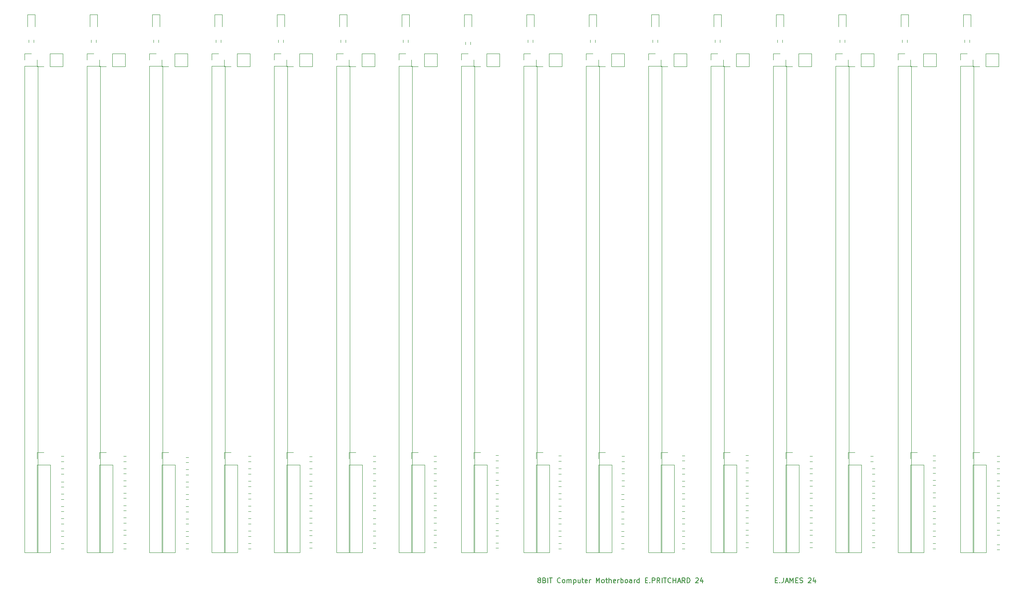
<source format=gbr>
%TF.GenerationSoftware,KiCad,Pcbnew,7.0.5*%
%TF.CreationDate,2024-09-17T03:27:58-04:00*%
%TF.ProjectId,motherboard,6d6f7468-6572-4626-9f61-72642e6b6963,rev?*%
%TF.SameCoordinates,Original*%
%TF.FileFunction,Legend,Top*%
%TF.FilePolarity,Positive*%
%FSLAX46Y46*%
G04 Gerber Fmt 4.6, Leading zero omitted, Abs format (unit mm)*
G04 Created by KiCad (PCBNEW 7.0.5) date 2024-09-17 03:27:58*
%MOMM*%
%LPD*%
G01*
G04 APERTURE LIST*
%ADD10C,0.150000*%
%ADD11C,0.120000*%
G04 APERTURE END LIST*
D10*
X202266779Y-153016009D02*
X202600112Y-153016009D01*
X202742969Y-153539819D02*
X202266779Y-153539819D01*
X202266779Y-153539819D02*
X202266779Y-152539819D01*
X202266779Y-152539819D02*
X202742969Y-152539819D01*
X203171541Y-153444580D02*
X203219160Y-153492200D01*
X203219160Y-153492200D02*
X203171541Y-153539819D01*
X203171541Y-153539819D02*
X203123922Y-153492200D01*
X203123922Y-153492200D02*
X203171541Y-153444580D01*
X203171541Y-153444580D02*
X203171541Y-153539819D01*
X203933445Y-152539819D02*
X203933445Y-153254104D01*
X203933445Y-153254104D02*
X203885826Y-153396961D01*
X203885826Y-153396961D02*
X203790588Y-153492200D01*
X203790588Y-153492200D02*
X203647731Y-153539819D01*
X203647731Y-153539819D02*
X203552493Y-153539819D01*
X204362017Y-153254104D02*
X204838207Y-153254104D01*
X204266779Y-153539819D02*
X204600112Y-152539819D01*
X204600112Y-152539819D02*
X204933445Y-153539819D01*
X205266779Y-153539819D02*
X205266779Y-152539819D01*
X205266779Y-152539819D02*
X205600112Y-153254104D01*
X205600112Y-153254104D02*
X205933445Y-152539819D01*
X205933445Y-152539819D02*
X205933445Y-153539819D01*
X206409636Y-153016009D02*
X206742969Y-153016009D01*
X206885826Y-153539819D02*
X206409636Y-153539819D01*
X206409636Y-153539819D02*
X206409636Y-152539819D01*
X206409636Y-152539819D02*
X206885826Y-152539819D01*
X207266779Y-153492200D02*
X207409636Y-153539819D01*
X207409636Y-153539819D02*
X207647731Y-153539819D01*
X207647731Y-153539819D02*
X207742969Y-153492200D01*
X207742969Y-153492200D02*
X207790588Y-153444580D01*
X207790588Y-153444580D02*
X207838207Y-153349342D01*
X207838207Y-153349342D02*
X207838207Y-153254104D01*
X207838207Y-153254104D02*
X207790588Y-153158866D01*
X207790588Y-153158866D02*
X207742969Y-153111247D01*
X207742969Y-153111247D02*
X207647731Y-153063628D01*
X207647731Y-153063628D02*
X207457255Y-153016009D01*
X207457255Y-153016009D02*
X207362017Y-152968390D01*
X207362017Y-152968390D02*
X207314398Y-152920771D01*
X207314398Y-152920771D02*
X207266779Y-152825533D01*
X207266779Y-152825533D02*
X207266779Y-152730295D01*
X207266779Y-152730295D02*
X207314398Y-152635057D01*
X207314398Y-152635057D02*
X207362017Y-152587438D01*
X207362017Y-152587438D02*
X207457255Y-152539819D01*
X207457255Y-152539819D02*
X207695350Y-152539819D01*
X207695350Y-152539819D02*
X207838207Y-152587438D01*
X208981065Y-152635057D02*
X209028684Y-152587438D01*
X209028684Y-152587438D02*
X209123922Y-152539819D01*
X209123922Y-152539819D02*
X209362017Y-152539819D01*
X209362017Y-152539819D02*
X209457255Y-152587438D01*
X209457255Y-152587438D02*
X209504874Y-152635057D01*
X209504874Y-152635057D02*
X209552493Y-152730295D01*
X209552493Y-152730295D02*
X209552493Y-152825533D01*
X209552493Y-152825533D02*
X209504874Y-152968390D01*
X209504874Y-152968390D02*
X208933446Y-153539819D01*
X208933446Y-153539819D02*
X209552493Y-153539819D01*
X210409636Y-152873152D02*
X210409636Y-153539819D01*
X210171541Y-152492200D02*
X209933446Y-153206485D01*
X209933446Y-153206485D02*
X210552493Y-153206485D01*
X154149636Y-152968390D02*
X154054398Y-152920771D01*
X154054398Y-152920771D02*
X154006779Y-152873152D01*
X154006779Y-152873152D02*
X153959160Y-152777914D01*
X153959160Y-152777914D02*
X153959160Y-152730295D01*
X153959160Y-152730295D02*
X154006779Y-152635057D01*
X154006779Y-152635057D02*
X154054398Y-152587438D01*
X154054398Y-152587438D02*
X154149636Y-152539819D01*
X154149636Y-152539819D02*
X154340112Y-152539819D01*
X154340112Y-152539819D02*
X154435350Y-152587438D01*
X154435350Y-152587438D02*
X154482969Y-152635057D01*
X154482969Y-152635057D02*
X154530588Y-152730295D01*
X154530588Y-152730295D02*
X154530588Y-152777914D01*
X154530588Y-152777914D02*
X154482969Y-152873152D01*
X154482969Y-152873152D02*
X154435350Y-152920771D01*
X154435350Y-152920771D02*
X154340112Y-152968390D01*
X154340112Y-152968390D02*
X154149636Y-152968390D01*
X154149636Y-152968390D02*
X154054398Y-153016009D01*
X154054398Y-153016009D02*
X154006779Y-153063628D01*
X154006779Y-153063628D02*
X153959160Y-153158866D01*
X153959160Y-153158866D02*
X153959160Y-153349342D01*
X153959160Y-153349342D02*
X154006779Y-153444580D01*
X154006779Y-153444580D02*
X154054398Y-153492200D01*
X154054398Y-153492200D02*
X154149636Y-153539819D01*
X154149636Y-153539819D02*
X154340112Y-153539819D01*
X154340112Y-153539819D02*
X154435350Y-153492200D01*
X154435350Y-153492200D02*
X154482969Y-153444580D01*
X154482969Y-153444580D02*
X154530588Y-153349342D01*
X154530588Y-153349342D02*
X154530588Y-153158866D01*
X154530588Y-153158866D02*
X154482969Y-153063628D01*
X154482969Y-153063628D02*
X154435350Y-153016009D01*
X154435350Y-153016009D02*
X154340112Y-152968390D01*
X155292493Y-153016009D02*
X155435350Y-153063628D01*
X155435350Y-153063628D02*
X155482969Y-153111247D01*
X155482969Y-153111247D02*
X155530588Y-153206485D01*
X155530588Y-153206485D02*
X155530588Y-153349342D01*
X155530588Y-153349342D02*
X155482969Y-153444580D01*
X155482969Y-153444580D02*
X155435350Y-153492200D01*
X155435350Y-153492200D02*
X155340112Y-153539819D01*
X155340112Y-153539819D02*
X154959160Y-153539819D01*
X154959160Y-153539819D02*
X154959160Y-152539819D01*
X154959160Y-152539819D02*
X155292493Y-152539819D01*
X155292493Y-152539819D02*
X155387731Y-152587438D01*
X155387731Y-152587438D02*
X155435350Y-152635057D01*
X155435350Y-152635057D02*
X155482969Y-152730295D01*
X155482969Y-152730295D02*
X155482969Y-152825533D01*
X155482969Y-152825533D02*
X155435350Y-152920771D01*
X155435350Y-152920771D02*
X155387731Y-152968390D01*
X155387731Y-152968390D02*
X155292493Y-153016009D01*
X155292493Y-153016009D02*
X154959160Y-153016009D01*
X155959160Y-153539819D02*
X155959160Y-152539819D01*
X156292493Y-152539819D02*
X156863921Y-152539819D01*
X156578207Y-153539819D02*
X156578207Y-152539819D01*
X158530588Y-153444580D02*
X158482969Y-153492200D01*
X158482969Y-153492200D02*
X158340112Y-153539819D01*
X158340112Y-153539819D02*
X158244874Y-153539819D01*
X158244874Y-153539819D02*
X158102017Y-153492200D01*
X158102017Y-153492200D02*
X158006779Y-153396961D01*
X158006779Y-153396961D02*
X157959160Y-153301723D01*
X157959160Y-153301723D02*
X157911541Y-153111247D01*
X157911541Y-153111247D02*
X157911541Y-152968390D01*
X157911541Y-152968390D02*
X157959160Y-152777914D01*
X157959160Y-152777914D02*
X158006779Y-152682676D01*
X158006779Y-152682676D02*
X158102017Y-152587438D01*
X158102017Y-152587438D02*
X158244874Y-152539819D01*
X158244874Y-152539819D02*
X158340112Y-152539819D01*
X158340112Y-152539819D02*
X158482969Y-152587438D01*
X158482969Y-152587438D02*
X158530588Y-152635057D01*
X159102017Y-153539819D02*
X159006779Y-153492200D01*
X159006779Y-153492200D02*
X158959160Y-153444580D01*
X158959160Y-153444580D02*
X158911541Y-153349342D01*
X158911541Y-153349342D02*
X158911541Y-153063628D01*
X158911541Y-153063628D02*
X158959160Y-152968390D01*
X158959160Y-152968390D02*
X159006779Y-152920771D01*
X159006779Y-152920771D02*
X159102017Y-152873152D01*
X159102017Y-152873152D02*
X159244874Y-152873152D01*
X159244874Y-152873152D02*
X159340112Y-152920771D01*
X159340112Y-152920771D02*
X159387731Y-152968390D01*
X159387731Y-152968390D02*
X159435350Y-153063628D01*
X159435350Y-153063628D02*
X159435350Y-153349342D01*
X159435350Y-153349342D02*
X159387731Y-153444580D01*
X159387731Y-153444580D02*
X159340112Y-153492200D01*
X159340112Y-153492200D02*
X159244874Y-153539819D01*
X159244874Y-153539819D02*
X159102017Y-153539819D01*
X159863922Y-153539819D02*
X159863922Y-152873152D01*
X159863922Y-152968390D02*
X159911541Y-152920771D01*
X159911541Y-152920771D02*
X160006779Y-152873152D01*
X160006779Y-152873152D02*
X160149636Y-152873152D01*
X160149636Y-152873152D02*
X160244874Y-152920771D01*
X160244874Y-152920771D02*
X160292493Y-153016009D01*
X160292493Y-153016009D02*
X160292493Y-153539819D01*
X160292493Y-153016009D02*
X160340112Y-152920771D01*
X160340112Y-152920771D02*
X160435350Y-152873152D01*
X160435350Y-152873152D02*
X160578207Y-152873152D01*
X160578207Y-152873152D02*
X160673446Y-152920771D01*
X160673446Y-152920771D02*
X160721065Y-153016009D01*
X160721065Y-153016009D02*
X160721065Y-153539819D01*
X161197255Y-152873152D02*
X161197255Y-153873152D01*
X161197255Y-152920771D02*
X161292493Y-152873152D01*
X161292493Y-152873152D02*
X161482969Y-152873152D01*
X161482969Y-152873152D02*
X161578207Y-152920771D01*
X161578207Y-152920771D02*
X161625826Y-152968390D01*
X161625826Y-152968390D02*
X161673445Y-153063628D01*
X161673445Y-153063628D02*
X161673445Y-153349342D01*
X161673445Y-153349342D02*
X161625826Y-153444580D01*
X161625826Y-153444580D02*
X161578207Y-153492200D01*
X161578207Y-153492200D02*
X161482969Y-153539819D01*
X161482969Y-153539819D02*
X161292493Y-153539819D01*
X161292493Y-153539819D02*
X161197255Y-153492200D01*
X162530588Y-152873152D02*
X162530588Y-153539819D01*
X162102017Y-152873152D02*
X162102017Y-153396961D01*
X162102017Y-153396961D02*
X162149636Y-153492200D01*
X162149636Y-153492200D02*
X162244874Y-153539819D01*
X162244874Y-153539819D02*
X162387731Y-153539819D01*
X162387731Y-153539819D02*
X162482969Y-153492200D01*
X162482969Y-153492200D02*
X162530588Y-153444580D01*
X162863922Y-152873152D02*
X163244874Y-152873152D01*
X163006779Y-152539819D02*
X163006779Y-153396961D01*
X163006779Y-153396961D02*
X163054398Y-153492200D01*
X163054398Y-153492200D02*
X163149636Y-153539819D01*
X163149636Y-153539819D02*
X163244874Y-153539819D01*
X163959160Y-153492200D02*
X163863922Y-153539819D01*
X163863922Y-153539819D02*
X163673446Y-153539819D01*
X163673446Y-153539819D02*
X163578208Y-153492200D01*
X163578208Y-153492200D02*
X163530589Y-153396961D01*
X163530589Y-153396961D02*
X163530589Y-153016009D01*
X163530589Y-153016009D02*
X163578208Y-152920771D01*
X163578208Y-152920771D02*
X163673446Y-152873152D01*
X163673446Y-152873152D02*
X163863922Y-152873152D01*
X163863922Y-152873152D02*
X163959160Y-152920771D01*
X163959160Y-152920771D02*
X164006779Y-153016009D01*
X164006779Y-153016009D02*
X164006779Y-153111247D01*
X164006779Y-153111247D02*
X163530589Y-153206485D01*
X164435351Y-153539819D02*
X164435351Y-152873152D01*
X164435351Y-153063628D02*
X164482970Y-152968390D01*
X164482970Y-152968390D02*
X164530589Y-152920771D01*
X164530589Y-152920771D02*
X164625827Y-152873152D01*
X164625827Y-152873152D02*
X164721065Y-152873152D01*
X165816304Y-153539819D02*
X165816304Y-152539819D01*
X165816304Y-152539819D02*
X166149637Y-153254104D01*
X166149637Y-153254104D02*
X166482970Y-152539819D01*
X166482970Y-152539819D02*
X166482970Y-153539819D01*
X167102018Y-153539819D02*
X167006780Y-153492200D01*
X167006780Y-153492200D02*
X166959161Y-153444580D01*
X166959161Y-153444580D02*
X166911542Y-153349342D01*
X166911542Y-153349342D02*
X166911542Y-153063628D01*
X166911542Y-153063628D02*
X166959161Y-152968390D01*
X166959161Y-152968390D02*
X167006780Y-152920771D01*
X167006780Y-152920771D02*
X167102018Y-152873152D01*
X167102018Y-152873152D02*
X167244875Y-152873152D01*
X167244875Y-152873152D02*
X167340113Y-152920771D01*
X167340113Y-152920771D02*
X167387732Y-152968390D01*
X167387732Y-152968390D02*
X167435351Y-153063628D01*
X167435351Y-153063628D02*
X167435351Y-153349342D01*
X167435351Y-153349342D02*
X167387732Y-153444580D01*
X167387732Y-153444580D02*
X167340113Y-153492200D01*
X167340113Y-153492200D02*
X167244875Y-153539819D01*
X167244875Y-153539819D02*
X167102018Y-153539819D01*
X167721066Y-152873152D02*
X168102018Y-152873152D01*
X167863923Y-152539819D02*
X167863923Y-153396961D01*
X167863923Y-153396961D02*
X167911542Y-153492200D01*
X167911542Y-153492200D02*
X168006780Y-153539819D01*
X168006780Y-153539819D02*
X168102018Y-153539819D01*
X168435352Y-153539819D02*
X168435352Y-152539819D01*
X168863923Y-153539819D02*
X168863923Y-153016009D01*
X168863923Y-153016009D02*
X168816304Y-152920771D01*
X168816304Y-152920771D02*
X168721066Y-152873152D01*
X168721066Y-152873152D02*
X168578209Y-152873152D01*
X168578209Y-152873152D02*
X168482971Y-152920771D01*
X168482971Y-152920771D02*
X168435352Y-152968390D01*
X169721066Y-153492200D02*
X169625828Y-153539819D01*
X169625828Y-153539819D02*
X169435352Y-153539819D01*
X169435352Y-153539819D02*
X169340114Y-153492200D01*
X169340114Y-153492200D02*
X169292495Y-153396961D01*
X169292495Y-153396961D02*
X169292495Y-153016009D01*
X169292495Y-153016009D02*
X169340114Y-152920771D01*
X169340114Y-152920771D02*
X169435352Y-152873152D01*
X169435352Y-152873152D02*
X169625828Y-152873152D01*
X169625828Y-152873152D02*
X169721066Y-152920771D01*
X169721066Y-152920771D02*
X169768685Y-153016009D01*
X169768685Y-153016009D02*
X169768685Y-153111247D01*
X169768685Y-153111247D02*
X169292495Y-153206485D01*
X170197257Y-153539819D02*
X170197257Y-152873152D01*
X170197257Y-153063628D02*
X170244876Y-152968390D01*
X170244876Y-152968390D02*
X170292495Y-152920771D01*
X170292495Y-152920771D02*
X170387733Y-152873152D01*
X170387733Y-152873152D02*
X170482971Y-152873152D01*
X170816305Y-153539819D02*
X170816305Y-152539819D01*
X170816305Y-152920771D02*
X170911543Y-152873152D01*
X170911543Y-152873152D02*
X171102019Y-152873152D01*
X171102019Y-152873152D02*
X171197257Y-152920771D01*
X171197257Y-152920771D02*
X171244876Y-152968390D01*
X171244876Y-152968390D02*
X171292495Y-153063628D01*
X171292495Y-153063628D02*
X171292495Y-153349342D01*
X171292495Y-153349342D02*
X171244876Y-153444580D01*
X171244876Y-153444580D02*
X171197257Y-153492200D01*
X171197257Y-153492200D02*
X171102019Y-153539819D01*
X171102019Y-153539819D02*
X170911543Y-153539819D01*
X170911543Y-153539819D02*
X170816305Y-153492200D01*
X171863924Y-153539819D02*
X171768686Y-153492200D01*
X171768686Y-153492200D02*
X171721067Y-153444580D01*
X171721067Y-153444580D02*
X171673448Y-153349342D01*
X171673448Y-153349342D02*
X171673448Y-153063628D01*
X171673448Y-153063628D02*
X171721067Y-152968390D01*
X171721067Y-152968390D02*
X171768686Y-152920771D01*
X171768686Y-152920771D02*
X171863924Y-152873152D01*
X171863924Y-152873152D02*
X172006781Y-152873152D01*
X172006781Y-152873152D02*
X172102019Y-152920771D01*
X172102019Y-152920771D02*
X172149638Y-152968390D01*
X172149638Y-152968390D02*
X172197257Y-153063628D01*
X172197257Y-153063628D02*
X172197257Y-153349342D01*
X172197257Y-153349342D02*
X172149638Y-153444580D01*
X172149638Y-153444580D02*
X172102019Y-153492200D01*
X172102019Y-153492200D02*
X172006781Y-153539819D01*
X172006781Y-153539819D02*
X171863924Y-153539819D01*
X173054400Y-153539819D02*
X173054400Y-153016009D01*
X173054400Y-153016009D02*
X173006781Y-152920771D01*
X173006781Y-152920771D02*
X172911543Y-152873152D01*
X172911543Y-152873152D02*
X172721067Y-152873152D01*
X172721067Y-152873152D02*
X172625829Y-152920771D01*
X173054400Y-153492200D02*
X172959162Y-153539819D01*
X172959162Y-153539819D02*
X172721067Y-153539819D01*
X172721067Y-153539819D02*
X172625829Y-153492200D01*
X172625829Y-153492200D02*
X172578210Y-153396961D01*
X172578210Y-153396961D02*
X172578210Y-153301723D01*
X172578210Y-153301723D02*
X172625829Y-153206485D01*
X172625829Y-153206485D02*
X172721067Y-153158866D01*
X172721067Y-153158866D02*
X172959162Y-153158866D01*
X172959162Y-153158866D02*
X173054400Y-153111247D01*
X173530591Y-153539819D02*
X173530591Y-152873152D01*
X173530591Y-153063628D02*
X173578210Y-152968390D01*
X173578210Y-152968390D02*
X173625829Y-152920771D01*
X173625829Y-152920771D02*
X173721067Y-152873152D01*
X173721067Y-152873152D02*
X173816305Y-152873152D01*
X174578210Y-153539819D02*
X174578210Y-152539819D01*
X174578210Y-153492200D02*
X174482972Y-153539819D01*
X174482972Y-153539819D02*
X174292496Y-153539819D01*
X174292496Y-153539819D02*
X174197258Y-153492200D01*
X174197258Y-153492200D02*
X174149639Y-153444580D01*
X174149639Y-153444580D02*
X174102020Y-153349342D01*
X174102020Y-153349342D02*
X174102020Y-153063628D01*
X174102020Y-153063628D02*
X174149639Y-152968390D01*
X174149639Y-152968390D02*
X174197258Y-152920771D01*
X174197258Y-152920771D02*
X174292496Y-152873152D01*
X174292496Y-152873152D02*
X174482972Y-152873152D01*
X174482972Y-152873152D02*
X174578210Y-152920771D01*
X175816306Y-153016009D02*
X176149639Y-153016009D01*
X176292496Y-153539819D02*
X175816306Y-153539819D01*
X175816306Y-153539819D02*
X175816306Y-152539819D01*
X175816306Y-152539819D02*
X176292496Y-152539819D01*
X176721068Y-153444580D02*
X176768687Y-153492200D01*
X176768687Y-153492200D02*
X176721068Y-153539819D01*
X176721068Y-153539819D02*
X176673449Y-153492200D01*
X176673449Y-153492200D02*
X176721068Y-153444580D01*
X176721068Y-153444580D02*
X176721068Y-153539819D01*
X177197258Y-153539819D02*
X177197258Y-152539819D01*
X177197258Y-152539819D02*
X177578210Y-152539819D01*
X177578210Y-152539819D02*
X177673448Y-152587438D01*
X177673448Y-152587438D02*
X177721067Y-152635057D01*
X177721067Y-152635057D02*
X177768686Y-152730295D01*
X177768686Y-152730295D02*
X177768686Y-152873152D01*
X177768686Y-152873152D02*
X177721067Y-152968390D01*
X177721067Y-152968390D02*
X177673448Y-153016009D01*
X177673448Y-153016009D02*
X177578210Y-153063628D01*
X177578210Y-153063628D02*
X177197258Y-153063628D01*
X178768686Y-153539819D02*
X178435353Y-153063628D01*
X178197258Y-153539819D02*
X178197258Y-152539819D01*
X178197258Y-152539819D02*
X178578210Y-152539819D01*
X178578210Y-152539819D02*
X178673448Y-152587438D01*
X178673448Y-152587438D02*
X178721067Y-152635057D01*
X178721067Y-152635057D02*
X178768686Y-152730295D01*
X178768686Y-152730295D02*
X178768686Y-152873152D01*
X178768686Y-152873152D02*
X178721067Y-152968390D01*
X178721067Y-152968390D02*
X178673448Y-153016009D01*
X178673448Y-153016009D02*
X178578210Y-153063628D01*
X178578210Y-153063628D02*
X178197258Y-153063628D01*
X179197258Y-153539819D02*
X179197258Y-152539819D01*
X179530591Y-152539819D02*
X180102019Y-152539819D01*
X179816305Y-153539819D02*
X179816305Y-152539819D01*
X181006781Y-153444580D02*
X180959162Y-153492200D01*
X180959162Y-153492200D02*
X180816305Y-153539819D01*
X180816305Y-153539819D02*
X180721067Y-153539819D01*
X180721067Y-153539819D02*
X180578210Y-153492200D01*
X180578210Y-153492200D02*
X180482972Y-153396961D01*
X180482972Y-153396961D02*
X180435353Y-153301723D01*
X180435353Y-153301723D02*
X180387734Y-153111247D01*
X180387734Y-153111247D02*
X180387734Y-152968390D01*
X180387734Y-152968390D02*
X180435353Y-152777914D01*
X180435353Y-152777914D02*
X180482972Y-152682676D01*
X180482972Y-152682676D02*
X180578210Y-152587438D01*
X180578210Y-152587438D02*
X180721067Y-152539819D01*
X180721067Y-152539819D02*
X180816305Y-152539819D01*
X180816305Y-152539819D02*
X180959162Y-152587438D01*
X180959162Y-152587438D02*
X181006781Y-152635057D01*
X181435353Y-153539819D02*
X181435353Y-152539819D01*
X181435353Y-153016009D02*
X182006781Y-153016009D01*
X182006781Y-153539819D02*
X182006781Y-152539819D01*
X182435353Y-153254104D02*
X182911543Y-153254104D01*
X182340115Y-153539819D02*
X182673448Y-152539819D01*
X182673448Y-152539819D02*
X183006781Y-153539819D01*
X183911543Y-153539819D02*
X183578210Y-153063628D01*
X183340115Y-153539819D02*
X183340115Y-152539819D01*
X183340115Y-152539819D02*
X183721067Y-152539819D01*
X183721067Y-152539819D02*
X183816305Y-152587438D01*
X183816305Y-152587438D02*
X183863924Y-152635057D01*
X183863924Y-152635057D02*
X183911543Y-152730295D01*
X183911543Y-152730295D02*
X183911543Y-152873152D01*
X183911543Y-152873152D02*
X183863924Y-152968390D01*
X183863924Y-152968390D02*
X183816305Y-153016009D01*
X183816305Y-153016009D02*
X183721067Y-153063628D01*
X183721067Y-153063628D02*
X183340115Y-153063628D01*
X184340115Y-153539819D02*
X184340115Y-152539819D01*
X184340115Y-152539819D02*
X184578210Y-152539819D01*
X184578210Y-152539819D02*
X184721067Y-152587438D01*
X184721067Y-152587438D02*
X184816305Y-152682676D01*
X184816305Y-152682676D02*
X184863924Y-152777914D01*
X184863924Y-152777914D02*
X184911543Y-152968390D01*
X184911543Y-152968390D02*
X184911543Y-153111247D01*
X184911543Y-153111247D02*
X184863924Y-153301723D01*
X184863924Y-153301723D02*
X184816305Y-153396961D01*
X184816305Y-153396961D02*
X184721067Y-153492200D01*
X184721067Y-153492200D02*
X184578210Y-153539819D01*
X184578210Y-153539819D02*
X184340115Y-153539819D01*
X186054401Y-152635057D02*
X186102020Y-152587438D01*
X186102020Y-152587438D02*
X186197258Y-152539819D01*
X186197258Y-152539819D02*
X186435353Y-152539819D01*
X186435353Y-152539819D02*
X186530591Y-152587438D01*
X186530591Y-152587438D02*
X186578210Y-152635057D01*
X186578210Y-152635057D02*
X186625829Y-152730295D01*
X186625829Y-152730295D02*
X186625829Y-152825533D01*
X186625829Y-152825533D02*
X186578210Y-152968390D01*
X186578210Y-152968390D02*
X186006782Y-153539819D01*
X186006782Y-153539819D02*
X186625829Y-153539819D01*
X187482972Y-152873152D02*
X187482972Y-153539819D01*
X187244877Y-152492200D02*
X187006782Y-153206485D01*
X187006782Y-153206485D02*
X187625829Y-153206485D01*
D11*
%TO.C,J31*%
X239970000Y-45660000D02*
X241300000Y-45660000D01*
X239970000Y-48260000D02*
X242630000Y-48260000D01*
X239970000Y-48260000D02*
X239970000Y-147380000D01*
X242630000Y-48260000D02*
X242630000Y-147380000D01*
X239970000Y-147380000D02*
X242630000Y-147380000D01*
X239970000Y-46990000D02*
X239970000Y-45660000D01*
%TO.C,J29*%
X227270000Y-45660000D02*
X228600000Y-45660000D01*
X227270000Y-48260000D02*
X229930000Y-48260000D01*
X227270000Y-48260000D02*
X227270000Y-147380000D01*
X229930000Y-48260000D02*
X229930000Y-147380000D01*
X227270000Y-147380000D02*
X229930000Y-147380000D01*
X227270000Y-46990000D02*
X227270000Y-45660000D01*
%TO.C,J27*%
X214570000Y-45660000D02*
X215900000Y-45660000D01*
X214570000Y-48260000D02*
X217230000Y-48260000D01*
X214570000Y-48260000D02*
X214570000Y-147380000D01*
X217230000Y-48260000D02*
X217230000Y-147380000D01*
X214570000Y-147380000D02*
X217230000Y-147380000D01*
X214570000Y-46990000D02*
X214570000Y-45660000D01*
%TO.C,J25*%
X201870000Y-45660000D02*
X203200000Y-45660000D01*
X201870000Y-48260000D02*
X204530000Y-48260000D01*
X201870000Y-48260000D02*
X201870000Y-147380000D01*
X204530000Y-48260000D02*
X204530000Y-147380000D01*
X201870000Y-147380000D02*
X204530000Y-147380000D01*
X201870000Y-46990000D02*
X201870000Y-45660000D01*
%TO.C,J23*%
X189170000Y-45660000D02*
X190500000Y-45660000D01*
X189170000Y-48260000D02*
X191830000Y-48260000D01*
X189170000Y-48260000D02*
X189170000Y-147380000D01*
X191830000Y-48260000D02*
X191830000Y-147380000D01*
X189170000Y-147380000D02*
X191830000Y-147380000D01*
X189170000Y-46990000D02*
X189170000Y-45660000D01*
%TO.C,J21*%
X176470000Y-45660000D02*
X177800000Y-45660000D01*
X176470000Y-48260000D02*
X179130000Y-48260000D01*
X176470000Y-48260000D02*
X176470000Y-147380000D01*
X179130000Y-48260000D02*
X179130000Y-147380000D01*
X176470000Y-147380000D02*
X179130000Y-147380000D01*
X176470000Y-46990000D02*
X176470000Y-45660000D01*
%TO.C,J19*%
X163770000Y-45660000D02*
X165100000Y-45660000D01*
X163770000Y-48260000D02*
X166430000Y-48260000D01*
X163770000Y-48260000D02*
X163770000Y-147380000D01*
X166430000Y-48260000D02*
X166430000Y-147380000D01*
X163770000Y-147380000D02*
X166430000Y-147380000D01*
X163770000Y-46990000D02*
X163770000Y-45660000D01*
%TO.C,J17*%
X151070000Y-45660000D02*
X152400000Y-45660000D01*
X151070000Y-48260000D02*
X153730000Y-48260000D01*
X151070000Y-48260000D02*
X151070000Y-147380000D01*
X153730000Y-48260000D02*
X153730000Y-147380000D01*
X151070000Y-147380000D02*
X153730000Y-147380000D01*
X151070000Y-46990000D02*
X151070000Y-45660000D01*
%TO.C,J15*%
X138370000Y-45660000D02*
X139700000Y-45660000D01*
X138370000Y-48260000D02*
X141030000Y-48260000D01*
X138370000Y-48260000D02*
X138370000Y-147380000D01*
X141030000Y-48260000D02*
X141030000Y-147380000D01*
X138370000Y-147380000D02*
X141030000Y-147380000D01*
X138370000Y-46990000D02*
X138370000Y-45660000D01*
%TO.C,J13*%
X125670000Y-45660000D02*
X127000000Y-45660000D01*
X125670000Y-48260000D02*
X128330000Y-48260000D01*
X125670000Y-48260000D02*
X125670000Y-147380000D01*
X128330000Y-48260000D02*
X128330000Y-147380000D01*
X125670000Y-147380000D02*
X128330000Y-147380000D01*
X125670000Y-46990000D02*
X125670000Y-45660000D01*
%TO.C,J11*%
X112970000Y-45660000D02*
X114300000Y-45660000D01*
X112970000Y-48260000D02*
X115630000Y-48260000D01*
X112970000Y-48260000D02*
X112970000Y-147380000D01*
X115630000Y-48260000D02*
X115630000Y-147380000D01*
X112970000Y-147380000D02*
X115630000Y-147380000D01*
X112970000Y-46990000D02*
X112970000Y-45660000D01*
%TO.C,J9*%
X100270000Y-45660000D02*
X101600000Y-45660000D01*
X100270000Y-48260000D02*
X102930000Y-48260000D01*
X100270000Y-48260000D02*
X100270000Y-147380000D01*
X102930000Y-48260000D02*
X102930000Y-147380000D01*
X100270000Y-147380000D02*
X102930000Y-147380000D01*
X100270000Y-46990000D02*
X100270000Y-45660000D01*
%TO.C,J7*%
X87570000Y-45660000D02*
X88900000Y-45660000D01*
X87570000Y-48260000D02*
X90230000Y-48260000D01*
X87570000Y-48260000D02*
X87570000Y-147380000D01*
X90230000Y-48260000D02*
X90230000Y-147380000D01*
X87570000Y-147380000D02*
X90230000Y-147380000D01*
X87570000Y-46990000D02*
X87570000Y-45660000D01*
%TO.C,J5*%
X74870000Y-45660000D02*
X76200000Y-45660000D01*
X74870000Y-48260000D02*
X77530000Y-48260000D01*
X74870000Y-48260000D02*
X74870000Y-147380000D01*
X77530000Y-48260000D02*
X77530000Y-147380000D01*
X74870000Y-147380000D02*
X77530000Y-147380000D01*
X74870000Y-46990000D02*
X74870000Y-45660000D01*
%TO.C,J2*%
X62170000Y-45660000D02*
X63500000Y-45660000D01*
X62170000Y-48260000D02*
X64830000Y-48260000D01*
X62170000Y-48260000D02*
X62170000Y-147380000D01*
X64830000Y-48260000D02*
X64830000Y-147380000D01*
X62170000Y-147380000D02*
X64830000Y-147380000D01*
X62170000Y-46990000D02*
X62170000Y-45660000D01*
%TO.C,J1*%
X49470000Y-45660000D02*
X50800000Y-45660000D01*
X49470000Y-48260000D02*
X52130000Y-48260000D01*
X49470000Y-48260000D02*
X49470000Y-147380000D01*
X52130000Y-48260000D02*
X52130000Y-147380000D01*
X49470000Y-147380000D02*
X52130000Y-147380000D01*
X49470000Y-46990000D02*
X49470000Y-45660000D01*
%TO.C,r144*%
X247904724Y-146782500D02*
X247395276Y-146782500D01*
X247904724Y-145737500D02*
X247395276Y-145737500D01*
%TO.C,r143*%
X247904724Y-143852500D02*
X247395276Y-143852500D01*
X247904724Y-142807500D02*
X247395276Y-142807500D01*
%TO.C,r142*%
X247904724Y-141342500D02*
X247395276Y-141342500D01*
X247904724Y-140297500D02*
X247395276Y-140297500D01*
%TO.C,r141*%
X247904724Y-138832500D02*
X247395276Y-138832500D01*
X247904724Y-137787500D02*
X247395276Y-137787500D01*
%TO.C,r140*%
X247904724Y-136322500D02*
X247395276Y-136322500D01*
X247904724Y-135277500D02*
X247395276Y-135277500D01*
%TO.C,r139*%
X247904724Y-133812500D02*
X247395276Y-133812500D01*
X247904724Y-132767500D02*
X247395276Y-132767500D01*
%TO.C,r138*%
X247904724Y-131302500D02*
X247395276Y-131302500D01*
X247904724Y-130257500D02*
X247395276Y-130257500D01*
%TO.C,r137*%
X247904724Y-128792500D02*
X247395276Y-128792500D01*
X247904724Y-127747500D02*
X247395276Y-127747500D01*
%TO.C,r136*%
X241822500Y-42925276D02*
X241822500Y-43434724D01*
X240777500Y-42925276D02*
X240777500Y-43434724D01*
%TO.C,r135*%
X234866562Y-146572500D02*
X234357114Y-146572500D01*
X234866562Y-145527500D02*
X234357114Y-145527500D01*
%TO.C,r134*%
X234866562Y-144032500D02*
X234357114Y-144032500D01*
X234866562Y-142987500D02*
X234357114Y-142987500D01*
%TO.C,r133*%
X234866562Y-141492500D02*
X234357114Y-141492500D01*
X234866562Y-140447500D02*
X234357114Y-140447500D01*
%TO.C,r132*%
X234866562Y-137907500D02*
X234357114Y-137907500D01*
X234866562Y-138952500D02*
X234357114Y-138952500D01*
%TO.C,r131*%
X234866562Y-136206256D02*
X234357114Y-136206256D01*
X234866562Y-135161256D02*
X234357114Y-135161256D01*
%TO.C,r130*%
X234866562Y-133696256D02*
X234357114Y-133696256D01*
X234866562Y-132651256D02*
X234357114Y-132651256D01*
%TO.C,r129*%
X234866562Y-131186256D02*
X234357114Y-131186256D01*
X234866562Y-130141256D02*
X234357114Y-130141256D01*
%TO.C,r128*%
X234866562Y-128676256D02*
X234357114Y-128676256D01*
X234866562Y-127631256D02*
X234357114Y-127631256D01*
%TO.C,r127*%
X229122500Y-42925276D02*
X229122500Y-43434724D01*
X228077500Y-42925276D02*
X228077500Y-43434724D01*
%TO.C,r126*%
X222504724Y-146392500D02*
X221995276Y-146392500D01*
X222504724Y-145347500D02*
X221995276Y-145347500D01*
%TO.C,r125*%
X222504724Y-143882500D02*
X221995276Y-143882500D01*
X222504724Y-142837500D02*
X221995276Y-142837500D01*
%TO.C,r124*%
X222504724Y-141372500D02*
X221995276Y-141372500D01*
X222504724Y-140327500D02*
X221995276Y-140327500D01*
%TO.C,r123*%
X222504724Y-138862500D02*
X221995276Y-138862500D01*
X222504724Y-137817500D02*
X221995276Y-137817500D01*
%TO.C,r122*%
X222504724Y-136352500D02*
X221995276Y-136352500D01*
X222504724Y-135307500D02*
X221995276Y-135307500D01*
%TO.C,r121*%
X222504724Y-133842500D02*
X221995276Y-133842500D01*
X222504724Y-132797500D02*
X221995276Y-132797500D01*
%TO.C,r120*%
X222504724Y-131332500D02*
X221995276Y-131332500D01*
X222504724Y-130287500D02*
X221995276Y-130287500D01*
%TO.C,r119*%
X222147224Y-128792500D02*
X221637776Y-128792500D01*
X222147224Y-127747500D02*
X221637776Y-127747500D01*
%TO.C,r118*%
X216422500Y-42925276D02*
X216422500Y-43434724D01*
X215377500Y-42925276D02*
X215377500Y-43434724D01*
%TO.C,r117*%
X209804724Y-146362500D02*
X209295276Y-146362500D01*
X209804724Y-145317500D02*
X209295276Y-145317500D01*
%TO.C,r116*%
X209804724Y-143852500D02*
X209295276Y-143852500D01*
X209804724Y-142807500D02*
X209295276Y-142807500D01*
%TO.C,r115*%
X209804724Y-141342500D02*
X209295276Y-141342500D01*
X209804724Y-140297500D02*
X209295276Y-140297500D01*
%TO.C,r114*%
X209804724Y-138832500D02*
X209295276Y-138832500D01*
X209804724Y-137787500D02*
X209295276Y-137787500D01*
%TO.C,r113*%
X209804724Y-136322500D02*
X209295276Y-136322500D01*
X209804724Y-135277500D02*
X209295276Y-135277500D01*
%TO.C,r112*%
X209804724Y-133812500D02*
X209295276Y-133812500D01*
X209804724Y-132767500D02*
X209295276Y-132767500D01*
%TO.C,r111*%
X209804724Y-131302500D02*
X209295276Y-131302500D01*
X209804724Y-130257500D02*
X209295276Y-130257500D01*
%TO.C,r110*%
X209804724Y-128792500D02*
X209295276Y-128792500D01*
X209804724Y-127747500D02*
X209295276Y-127747500D01*
%TO.C,r109*%
X203722500Y-42925276D02*
X203722500Y-43434724D01*
X202677500Y-42925276D02*
X202677500Y-43434724D01*
%TO.C,r108*%
X196745557Y-146362734D02*
X196236109Y-146362734D01*
X196745557Y-145317734D02*
X196236109Y-145317734D01*
%TO.C,r107*%
X196745557Y-143852734D02*
X196236109Y-143852734D01*
X196745557Y-142807734D02*
X196236109Y-142807734D01*
%TO.C,r106*%
X196745557Y-141342734D02*
X196236109Y-141342734D01*
X196745557Y-140297734D02*
X196236109Y-140297734D01*
%TO.C,r105*%
X196745557Y-138832734D02*
X196236109Y-138832734D01*
X196745557Y-137787734D02*
X196236109Y-137787734D01*
%TO.C,r104*%
X196745557Y-136322734D02*
X196236109Y-136322734D01*
X196745557Y-135277734D02*
X196236109Y-135277734D01*
%TO.C,r103*%
X196745557Y-133812734D02*
X196236109Y-133812734D01*
X196745557Y-132767734D02*
X196236109Y-132767734D01*
%TO.C,r102*%
X196720069Y-131131699D02*
X196210621Y-131131699D01*
X196720069Y-130086699D02*
X196210621Y-130086699D01*
%TO.C,r101*%
X196720069Y-128621699D02*
X196210621Y-128621699D01*
X196720069Y-127576699D02*
X196210621Y-127576699D01*
%TO.C,r100*%
X191022500Y-42925276D02*
X191022500Y-43434724D01*
X189977500Y-42925276D02*
X189977500Y-43434724D01*
%TO.C,r99*%
X183847332Y-146572500D02*
X183337884Y-146572500D01*
X183847332Y-145527500D02*
X183337884Y-145527500D01*
%TO.C,r98*%
X183847332Y-144032500D02*
X183337884Y-144032500D01*
X183847332Y-142987500D02*
X183337884Y-142987500D01*
%TO.C,r97*%
X183847332Y-141492500D02*
X183337884Y-141492500D01*
X183847332Y-140447500D02*
X183337884Y-140447500D01*
%TO.C,r96*%
X183847332Y-138952500D02*
X183337884Y-138952500D01*
X183847332Y-137907500D02*
X183337884Y-137907500D01*
%TO.C,r95*%
X183847332Y-136412500D02*
X183337884Y-136412500D01*
X183847332Y-135367500D02*
X183337884Y-135367500D01*
%TO.C,r94*%
X183847332Y-133872500D02*
X183337884Y-133872500D01*
X183847332Y-132827500D02*
X183337884Y-132827500D01*
%TO.C,r93*%
X183847332Y-131332500D02*
X183337884Y-131332500D01*
X183847332Y-130287500D02*
X183337884Y-130287500D01*
%TO.C,r92*%
X183847332Y-128687440D02*
X183337884Y-128687440D01*
X183847332Y-127642440D02*
X183337884Y-127642440D01*
%TO.C,r91*%
X178322500Y-42925276D02*
X178322500Y-43434724D01*
X177277500Y-42925276D02*
X177277500Y-43434724D01*
%TO.C,r90*%
X171437204Y-146572500D02*
X170927756Y-146572500D01*
X171437204Y-145527500D02*
X170927756Y-145527500D01*
%TO.C,r89*%
X171437204Y-144062500D02*
X170927756Y-144062500D01*
X171437204Y-143017500D02*
X170927756Y-143017500D01*
%TO.C,r88*%
X171437204Y-141552500D02*
X170927756Y-141552500D01*
X171437204Y-140507500D02*
X170927756Y-140507500D01*
%TO.C,r87*%
X171437204Y-139042500D02*
X170927756Y-139042500D01*
X171437204Y-137997500D02*
X170927756Y-137997500D01*
%TO.C,r86*%
X171437204Y-136532500D02*
X170927756Y-136532500D01*
X171437204Y-135487500D02*
X170927756Y-135487500D01*
%TO.C,r85*%
X171527165Y-133812500D02*
X171017717Y-133812500D01*
X171527165Y-132767500D02*
X171017717Y-132767500D01*
%TO.C,r84*%
X171527165Y-131302500D02*
X171017717Y-131302500D01*
X171527165Y-130257500D02*
X171017717Y-130257500D01*
%TO.C,r83*%
X171527165Y-128792500D02*
X171017717Y-128792500D01*
X171527165Y-127747500D02*
X171017717Y-127747500D01*
%TO.C,r82*%
X165622500Y-42925276D02*
X165622500Y-43434724D01*
X164577500Y-42925276D02*
X164577500Y-43434724D01*
%TO.C,r81*%
X158662585Y-146572500D02*
X158153137Y-146572500D01*
X158662585Y-145527500D02*
X158153137Y-145527500D01*
%TO.C,r80*%
X158662585Y-144032500D02*
X158153137Y-144032500D01*
X158662585Y-142987500D02*
X158153137Y-142987500D01*
%TO.C,r79*%
X158662585Y-141492500D02*
X158153137Y-141492500D01*
X158662585Y-140447500D02*
X158153137Y-140447500D01*
%TO.C,r78*%
X158662585Y-138952500D02*
X158153137Y-138952500D01*
X158662585Y-137907500D02*
X158153137Y-137907500D01*
%TO.C,r77*%
X158662585Y-136412500D02*
X158153137Y-136412500D01*
X158662585Y-135367500D02*
X158153137Y-135367500D01*
%TO.C,r76*%
X158662585Y-133872500D02*
X158153137Y-133872500D01*
X158662585Y-132827500D02*
X158153137Y-132827500D01*
%TO.C,r75*%
X158662585Y-130287500D02*
X158153137Y-130287500D01*
X158662585Y-131332500D02*
X158153137Y-131332500D01*
%TO.C,r74*%
X158662585Y-128721376D02*
X158153137Y-128721376D01*
X158662585Y-127676376D02*
X158153137Y-127676376D01*
%TO.C,r73*%
X152922500Y-42925276D02*
X152922500Y-43434724D01*
X151877500Y-42925276D02*
X151877500Y-43434724D01*
%TO.C,r72*%
X145838561Y-146474360D02*
X145329113Y-146474360D01*
X145838561Y-145429360D02*
X145329113Y-145429360D01*
%TO.C,r71*%
X145838561Y-143964360D02*
X145329113Y-143964360D01*
X145838561Y-142919360D02*
X145329113Y-142919360D01*
%TO.C,r70*%
X145838561Y-141454360D02*
X145329113Y-141454360D01*
X145838561Y-140409360D02*
X145329113Y-140409360D01*
%TO.C,r69*%
X145838561Y-138944360D02*
X145329113Y-138944360D01*
X145838561Y-137899360D02*
X145329113Y-137899360D01*
%TO.C,r68*%
X145906817Y-136412500D02*
X145397369Y-136412500D01*
X145906817Y-135367500D02*
X145397369Y-135367500D01*
%TO.C,r67*%
X145906817Y-133666569D02*
X145397369Y-133666569D01*
X145906817Y-132621569D02*
X145397369Y-132621569D01*
%TO.C,r66*%
X145906817Y-131156569D02*
X145397369Y-131156569D01*
X145906817Y-130111569D02*
X145397369Y-130111569D01*
%TO.C,r65*%
X145906817Y-128646569D02*
X145397369Y-128646569D01*
X145906817Y-127601569D02*
X145397369Y-127601569D01*
%TO.C,r64*%
X140222500Y-43282776D02*
X140222500Y-43792224D01*
X139177500Y-43282776D02*
X139177500Y-43792224D01*
%TO.C,r63*%
X133247224Y-146362500D02*
X132737776Y-146362500D01*
X133247224Y-145317500D02*
X132737776Y-145317500D01*
%TO.C,r62*%
X133247224Y-143852500D02*
X132737776Y-143852500D01*
X133247224Y-142807500D02*
X132737776Y-142807500D01*
%TO.C,r61*%
X133247224Y-141342500D02*
X132737776Y-141342500D01*
X133247224Y-140297500D02*
X132737776Y-140297500D01*
%TO.C,r60*%
X133247224Y-138832500D02*
X132737776Y-138832500D01*
X133247224Y-137787500D02*
X132737776Y-137787500D01*
%TO.C,r59*%
X133247224Y-136322500D02*
X132737776Y-136322500D01*
X133247224Y-135277500D02*
X132737776Y-135277500D01*
%TO.C,r58*%
X133247224Y-133812500D02*
X132737776Y-133812500D01*
X133247224Y-132767500D02*
X132737776Y-132767500D01*
%TO.C,r57*%
X133247224Y-131302500D02*
X132737776Y-131302500D01*
X133247224Y-130257500D02*
X132737776Y-130257500D01*
%TO.C,r56*%
X133247224Y-128792500D02*
X132737776Y-128792500D01*
X133247224Y-127747500D02*
X132737776Y-127747500D01*
%TO.C,r55*%
X127522500Y-42925276D02*
X127522500Y-43434724D01*
X126477500Y-42925276D02*
X126477500Y-43434724D01*
%TO.C,r54*%
X120904724Y-146512500D02*
X120395276Y-146512500D01*
X120904724Y-145467500D02*
X120395276Y-145467500D01*
%TO.C,r53*%
X120904724Y-144002500D02*
X120395276Y-144002500D01*
X120904724Y-142957500D02*
X120395276Y-142957500D01*
%TO.C,r52*%
X120904724Y-141492500D02*
X120395276Y-141492500D01*
X120904724Y-140447500D02*
X120395276Y-140447500D01*
%TO.C,r51*%
X120904724Y-138832500D02*
X120395276Y-138832500D01*
X120904724Y-137787500D02*
X120395276Y-137787500D01*
%TO.C,r50*%
X120904724Y-136322500D02*
X120395276Y-136322500D01*
X120904724Y-135277500D02*
X120395276Y-135277500D01*
%TO.C,r49*%
X120904724Y-133812500D02*
X120395276Y-133812500D01*
X120904724Y-132767500D02*
X120395276Y-132767500D01*
%TO.C,r48*%
X120904724Y-131302500D02*
X120395276Y-131302500D01*
X120904724Y-130257500D02*
X120395276Y-130257500D01*
%TO.C,r47*%
X120904724Y-128792500D02*
X120395276Y-128792500D01*
X120904724Y-127747500D02*
X120395276Y-127747500D01*
%TO.C,r46*%
X114822500Y-42925276D02*
X114822500Y-43434724D01*
X113777500Y-42925276D02*
X113777500Y-43434724D01*
%TO.C,r45*%
X107907004Y-146402939D02*
X107397556Y-146402939D01*
X107907004Y-145357939D02*
X107397556Y-145357939D01*
%TO.C,r44*%
X107907004Y-142847939D02*
X107397556Y-142847939D01*
X107907004Y-143892939D02*
X107397556Y-143892939D01*
%TO.C,r43*%
X107907004Y-141382939D02*
X107397556Y-141382939D01*
X107907004Y-140337939D02*
X107397556Y-140337939D01*
%TO.C,r42*%
X107907004Y-138872939D02*
X107397556Y-138872939D01*
X107907004Y-137827939D02*
X107397556Y-137827939D01*
%TO.C,r41*%
X107907004Y-136362939D02*
X107397556Y-136362939D01*
X107907004Y-135317939D02*
X107397556Y-135317939D01*
%TO.C,r40*%
X107907004Y-133852939D02*
X107397556Y-133852939D01*
X107907004Y-132807939D02*
X107397556Y-132807939D01*
%TO.C,r39*%
X107907004Y-131342939D02*
X107397556Y-131342939D01*
X107907004Y-130297939D02*
X107397556Y-130297939D01*
%TO.C,r38*%
X107907004Y-128832939D02*
X107397556Y-128832939D01*
X107907004Y-127787939D02*
X107397556Y-127787939D01*
%TO.C,r37*%
X102122500Y-42925276D02*
X102122500Y-43434724D01*
X101077500Y-42925276D02*
X101077500Y-43434724D01*
%TO.C,r36*%
X95504724Y-146572500D02*
X94995276Y-146572500D01*
X95504724Y-145527500D02*
X94995276Y-145527500D01*
%TO.C,r35*%
X95504724Y-144032500D02*
X94995276Y-144032500D01*
X95504724Y-142987500D02*
X94995276Y-142987500D01*
%TO.C,r34*%
X95504724Y-141492500D02*
X94995276Y-141492500D01*
X95504724Y-140447500D02*
X94995276Y-140447500D01*
%TO.C,r33*%
X95504724Y-138952500D02*
X94995276Y-138952500D01*
X95504724Y-137907500D02*
X94995276Y-137907500D01*
%TO.C,r32*%
X95504724Y-136412500D02*
X94995276Y-136412500D01*
X95504724Y-135367500D02*
X94995276Y-135367500D01*
%TO.C,r31*%
X95504724Y-133872500D02*
X94995276Y-133872500D01*
X95504724Y-132827500D02*
X94995276Y-132827500D01*
%TO.C,r30*%
X95504724Y-131332500D02*
X94995276Y-131332500D01*
X95504724Y-130287500D02*
X94995276Y-130287500D01*
%TO.C,r29*%
X95504724Y-128792500D02*
X94995276Y-128792500D01*
X95504724Y-127747500D02*
X94995276Y-127747500D01*
%TO.C,r28*%
X89422500Y-42925276D02*
X89422500Y-43434724D01*
X88377500Y-42925276D02*
X88377500Y-43434724D01*
%TO.C,r27*%
X82804724Y-146572500D02*
X82295276Y-146572500D01*
X82804724Y-145527500D02*
X82295276Y-145527500D01*
%TO.C,r26*%
X82804724Y-144062500D02*
X82295276Y-144062500D01*
X82804724Y-143017500D02*
X82295276Y-143017500D01*
%TO.C,r25*%
X82804724Y-141552500D02*
X82295276Y-141552500D01*
X82804724Y-140507500D02*
X82295276Y-140507500D01*
%TO.C,r24*%
X82804724Y-139042500D02*
X82295276Y-139042500D01*
X82804724Y-137997500D02*
X82295276Y-137997500D01*
%TO.C,r23*%
X82804724Y-136532500D02*
X82295276Y-136532500D01*
X82804724Y-135487500D02*
X82295276Y-135487500D01*
%TO.C,r22*%
X82804724Y-134022500D02*
X82295276Y-134022500D01*
X82804724Y-132977500D02*
X82295276Y-132977500D01*
%TO.C,r21*%
X82804724Y-131512500D02*
X82295276Y-131512500D01*
X82804724Y-130467500D02*
X82295276Y-130467500D01*
%TO.C,r20*%
X82804724Y-129002500D02*
X82295276Y-129002500D01*
X82804724Y-127957500D02*
X82295276Y-127957500D01*
%TO.C,r19*%
X76722500Y-42925276D02*
X76722500Y-43434724D01*
X75677500Y-42925276D02*
X75677500Y-43434724D01*
%TO.C,r18*%
X57404724Y-146572500D02*
X56895276Y-146572500D01*
X57404724Y-145527500D02*
X56895276Y-145527500D01*
%TO.C,r17*%
X57404724Y-144032500D02*
X56895276Y-144032500D01*
X57404724Y-142987500D02*
X56895276Y-142987500D01*
%TO.C,r16*%
X57404724Y-141492500D02*
X56895276Y-141492500D01*
X57404724Y-140447500D02*
X56895276Y-140447500D01*
%TO.C,r15*%
X57404724Y-139012500D02*
X56895276Y-139012500D01*
X57404724Y-137967500D02*
X56895276Y-137967500D01*
%TO.C,r14*%
X57404724Y-136502500D02*
X56895276Y-136502500D01*
X57404724Y-135457500D02*
X56895276Y-135457500D01*
%TO.C,r13*%
X57404724Y-132947500D02*
X56895276Y-132947500D01*
X57404724Y-133992500D02*
X56895276Y-133992500D01*
%TO.C,r12*%
X57404724Y-131332500D02*
X56895276Y-131332500D01*
X57404724Y-130287500D02*
X56895276Y-130287500D01*
%TO.C,r11*%
X57404724Y-127747500D02*
X56895276Y-127747500D01*
X57404724Y-128792500D02*
X56895276Y-128792500D01*
%TO.C,r10*%
X51322500Y-42925276D02*
X51322500Y-43434724D01*
X50277500Y-42925276D02*
X50277500Y-43434724D01*
%TO.C,r9*%
X70104724Y-146572500D02*
X69595276Y-146572500D01*
X70104724Y-145527500D02*
X69595276Y-145527500D01*
%TO.C,r8*%
X70104724Y-142807500D02*
X69595276Y-142807500D01*
X70104724Y-143852500D02*
X69595276Y-143852500D01*
%TO.C,r7*%
X70104724Y-141342500D02*
X69595276Y-141342500D01*
X70104724Y-140297500D02*
X69595276Y-140297500D01*
%TO.C,r6*%
X70104724Y-138832500D02*
X69595276Y-138832500D01*
X70104724Y-137787500D02*
X69595276Y-137787500D01*
%TO.C,r5*%
X70104724Y-136322500D02*
X69595276Y-136322500D01*
X70104724Y-135277500D02*
X69595276Y-135277500D01*
%TO.C,r4*%
X70104724Y-133812500D02*
X69595276Y-133812500D01*
X70104724Y-132767500D02*
X69595276Y-132767500D01*
%TO.C,r3*%
X70104724Y-131302500D02*
X69595276Y-131302500D01*
X70104724Y-130257500D02*
X69595276Y-130257500D01*
%TO.C,r2*%
X70104724Y-128792500D02*
X69595276Y-128792500D01*
X70104724Y-127747500D02*
X69595276Y-127747500D01*
%TO.C,r1*%
X62977500Y-42925276D02*
X62977500Y-43434724D01*
X64022500Y-42925276D02*
X64022500Y-43434724D01*
%TO.C,J48*%
X243840000Y-48320000D02*
X242510000Y-48320000D01*
X247710000Y-48320000D02*
X247710000Y-45660000D01*
X245110000Y-48320000D02*
X247710000Y-48320000D01*
X245110000Y-48320000D02*
X245110000Y-45660000D01*
X242510000Y-48320000D02*
X242510000Y-46990000D01*
X245110000Y-45660000D02*
X247710000Y-45660000D01*
%TO.C,J47*%
X231140000Y-48320000D02*
X229810000Y-48320000D01*
X235010000Y-48320000D02*
X235010000Y-45660000D01*
X232410000Y-48320000D02*
X235010000Y-48320000D01*
X232410000Y-48320000D02*
X232410000Y-45660000D01*
X229810000Y-48320000D02*
X229810000Y-46990000D01*
X232410000Y-45660000D02*
X235010000Y-45660000D01*
%TO.C,J46*%
X218440000Y-48320000D02*
X217110000Y-48320000D01*
X222310000Y-48320000D02*
X222310000Y-45660000D01*
X219710000Y-48320000D02*
X222310000Y-48320000D01*
X219710000Y-48320000D02*
X219710000Y-45660000D01*
X217110000Y-48320000D02*
X217110000Y-46990000D01*
X219710000Y-45660000D02*
X222310000Y-45660000D01*
%TO.C,J45*%
X205740000Y-48320000D02*
X204410000Y-48320000D01*
X209610000Y-48320000D02*
X209610000Y-45660000D01*
X207010000Y-48320000D02*
X209610000Y-48320000D01*
X207010000Y-48320000D02*
X207010000Y-45660000D01*
X204410000Y-48320000D02*
X204410000Y-46990000D01*
X207010000Y-45660000D02*
X209610000Y-45660000D01*
%TO.C,J44*%
X193040000Y-48320000D02*
X191710000Y-48320000D01*
X196910000Y-48320000D02*
X196910000Y-45660000D01*
X194310000Y-48320000D02*
X196910000Y-48320000D01*
X194310000Y-48320000D02*
X194310000Y-45660000D01*
X191710000Y-48320000D02*
X191710000Y-46990000D01*
X194310000Y-45660000D02*
X196910000Y-45660000D01*
%TO.C,J43*%
X180340000Y-48320000D02*
X179010000Y-48320000D01*
X184210000Y-48320000D02*
X184210000Y-45660000D01*
X181610000Y-48320000D02*
X184210000Y-48320000D01*
X181610000Y-48320000D02*
X181610000Y-45660000D01*
X179010000Y-48320000D02*
X179010000Y-46990000D01*
X181610000Y-45660000D02*
X184210000Y-45660000D01*
%TO.C,J42*%
X167640000Y-48320000D02*
X166310000Y-48320000D01*
X171510000Y-48320000D02*
X171510000Y-45660000D01*
X168910000Y-48320000D02*
X171510000Y-48320000D01*
X168910000Y-48320000D02*
X168910000Y-45660000D01*
X166310000Y-48320000D02*
X166310000Y-46990000D01*
X168910000Y-45660000D02*
X171510000Y-45660000D01*
%TO.C,J41*%
X154940000Y-48320000D02*
X153610000Y-48320000D01*
X158810000Y-48320000D02*
X158810000Y-45660000D01*
X156210000Y-48320000D02*
X158810000Y-48320000D01*
X156210000Y-48320000D02*
X156210000Y-45660000D01*
X153610000Y-48320000D02*
X153610000Y-46990000D01*
X156210000Y-45660000D02*
X158810000Y-45660000D01*
%TO.C,J40*%
X142240000Y-48320000D02*
X140910000Y-48320000D01*
X146110000Y-48320000D02*
X146110000Y-45660000D01*
X143510000Y-48320000D02*
X146110000Y-48320000D01*
X143510000Y-48320000D02*
X143510000Y-45660000D01*
X140910000Y-48320000D02*
X140910000Y-46990000D01*
X143510000Y-45660000D02*
X146110000Y-45660000D01*
%TO.C,J39*%
X129540000Y-48320000D02*
X128210000Y-48320000D01*
X133410000Y-48320000D02*
X133410000Y-45660000D01*
X130810000Y-48320000D02*
X133410000Y-48320000D01*
X130810000Y-48320000D02*
X130810000Y-45660000D01*
X128210000Y-48320000D02*
X128210000Y-46990000D01*
X130810000Y-45660000D02*
X133410000Y-45660000D01*
%TO.C,J38*%
X116840000Y-48320000D02*
X115510000Y-48320000D01*
X120710000Y-48320000D02*
X120710000Y-45660000D01*
X118110000Y-48320000D02*
X120710000Y-48320000D01*
X118110000Y-48320000D02*
X118110000Y-45660000D01*
X115510000Y-48320000D02*
X115510000Y-46990000D01*
X118110000Y-45660000D02*
X120710000Y-45660000D01*
%TO.C,J37*%
X104140000Y-48320000D02*
X102810000Y-48320000D01*
X108010000Y-48320000D02*
X108010000Y-45660000D01*
X105410000Y-48320000D02*
X108010000Y-48320000D01*
X105410000Y-48320000D02*
X105410000Y-45660000D01*
X102810000Y-48320000D02*
X102810000Y-46990000D01*
X105410000Y-45660000D02*
X108010000Y-45660000D01*
%TO.C,J36*%
X91440000Y-48320000D02*
X90110000Y-48320000D01*
X95310000Y-48320000D02*
X95310000Y-45660000D01*
X92710000Y-48320000D02*
X95310000Y-48320000D01*
X92710000Y-48320000D02*
X92710000Y-45660000D01*
X90110000Y-48320000D02*
X90110000Y-46990000D01*
X92710000Y-45660000D02*
X95310000Y-45660000D01*
%TO.C,J35*%
X78740000Y-48320000D02*
X77410000Y-48320000D01*
X82610000Y-48320000D02*
X82610000Y-45660000D01*
X80010000Y-48320000D02*
X82610000Y-48320000D01*
X80010000Y-48320000D02*
X80010000Y-45660000D01*
X77410000Y-48320000D02*
X77410000Y-46990000D01*
X80010000Y-45660000D02*
X82610000Y-45660000D01*
%TO.C,J34*%
X53340000Y-48320000D02*
X52010000Y-48320000D01*
X57210000Y-48320000D02*
X57210000Y-45660000D01*
X54610000Y-48320000D02*
X57210000Y-48320000D01*
X54610000Y-48320000D02*
X54610000Y-45660000D01*
X52010000Y-48320000D02*
X52010000Y-46990000D01*
X54610000Y-45660000D02*
X57210000Y-45660000D01*
%TO.C,J33*%
X66040000Y-48320000D02*
X64710000Y-48320000D01*
X69910000Y-48320000D02*
X69910000Y-45660000D01*
X67310000Y-48320000D02*
X69910000Y-48320000D01*
X67310000Y-48320000D02*
X67310000Y-45660000D01*
X64710000Y-48320000D02*
X64710000Y-46990000D01*
X67310000Y-45660000D02*
X69910000Y-45660000D01*
%TO.C,J32*%
X242510000Y-129540000D02*
X245170000Y-129540000D01*
X242510000Y-147380000D02*
X245170000Y-147380000D01*
X242510000Y-129540000D02*
X242510000Y-147380000D01*
X242510000Y-128270000D02*
X242510000Y-126940000D01*
X245170000Y-129540000D02*
X245170000Y-147380000D01*
X242510000Y-126940000D02*
X243840000Y-126940000D01*
%TO.C,J30*%
X229810000Y-129540000D02*
X232470000Y-129540000D01*
X229810000Y-147380000D02*
X232470000Y-147380000D01*
X229810000Y-129540000D02*
X229810000Y-147380000D01*
X229810000Y-128270000D02*
X229810000Y-126940000D01*
X232470000Y-129540000D02*
X232470000Y-147380000D01*
X229810000Y-126940000D02*
X231140000Y-126940000D01*
%TO.C,J28*%
X217110000Y-129540000D02*
X219770000Y-129540000D01*
X217110000Y-147380000D02*
X219770000Y-147380000D01*
X217110000Y-129540000D02*
X217110000Y-147380000D01*
X217110000Y-128270000D02*
X217110000Y-126940000D01*
X219770000Y-129540000D02*
X219770000Y-147380000D01*
X217110000Y-126940000D02*
X218440000Y-126940000D01*
%TO.C,J26*%
X204410000Y-129540000D02*
X207070000Y-129540000D01*
X204410000Y-147380000D02*
X207070000Y-147380000D01*
X204410000Y-129540000D02*
X204410000Y-147380000D01*
X204410000Y-128270000D02*
X204410000Y-126940000D01*
X207070000Y-129540000D02*
X207070000Y-147380000D01*
X204410000Y-126940000D02*
X205740000Y-126940000D01*
%TO.C,J24*%
X191710000Y-129540000D02*
X194370000Y-129540000D01*
X191710000Y-147380000D02*
X194370000Y-147380000D01*
X191710000Y-129540000D02*
X191710000Y-147380000D01*
X191710000Y-128270000D02*
X191710000Y-126940000D01*
X194370000Y-129540000D02*
X194370000Y-147380000D01*
X191710000Y-126940000D02*
X193040000Y-126940000D01*
%TO.C,J22*%
X179010000Y-129540000D02*
X181670000Y-129540000D01*
X179010000Y-147380000D02*
X181670000Y-147380000D01*
X179010000Y-129540000D02*
X179010000Y-147380000D01*
X179010000Y-128270000D02*
X179010000Y-126940000D01*
X181670000Y-129540000D02*
X181670000Y-147380000D01*
X179010000Y-126940000D02*
X180340000Y-126940000D01*
%TO.C,J20*%
X166310000Y-129540000D02*
X168970000Y-129540000D01*
X166310000Y-147380000D02*
X168970000Y-147380000D01*
X166310000Y-129540000D02*
X166310000Y-147380000D01*
X166310000Y-128270000D02*
X166310000Y-126940000D01*
X168970000Y-129540000D02*
X168970000Y-147380000D01*
X166310000Y-126940000D02*
X167640000Y-126940000D01*
%TO.C,J18*%
X153610000Y-129540000D02*
X156270000Y-129540000D01*
X153610000Y-147380000D02*
X156270000Y-147380000D01*
X153610000Y-129540000D02*
X153610000Y-147380000D01*
X153610000Y-128270000D02*
X153610000Y-126940000D01*
X156270000Y-129540000D02*
X156270000Y-147380000D01*
X153610000Y-126940000D02*
X154940000Y-126940000D01*
%TO.C,J16*%
X140910000Y-129540000D02*
X143570000Y-129540000D01*
X140910000Y-147380000D02*
X143570000Y-147380000D01*
X140910000Y-129540000D02*
X140910000Y-147380000D01*
X140910000Y-128270000D02*
X140910000Y-126940000D01*
X143570000Y-129540000D02*
X143570000Y-147380000D01*
X140910000Y-126940000D02*
X142240000Y-126940000D01*
%TO.C,J14*%
X128210000Y-129540000D02*
X130870000Y-129540000D01*
X128210000Y-147380000D02*
X130870000Y-147380000D01*
X128210000Y-129540000D02*
X128210000Y-147380000D01*
X128210000Y-128270000D02*
X128210000Y-126940000D01*
X130870000Y-129540000D02*
X130870000Y-147380000D01*
X128210000Y-126940000D02*
X129540000Y-126940000D01*
%TO.C,J12*%
X115510000Y-129540000D02*
X118170000Y-129540000D01*
X115510000Y-147380000D02*
X118170000Y-147380000D01*
X115510000Y-129540000D02*
X115510000Y-147380000D01*
X115510000Y-128270000D02*
X115510000Y-126940000D01*
X118170000Y-129540000D02*
X118170000Y-147380000D01*
X115510000Y-126940000D02*
X116840000Y-126940000D01*
%TO.C,J10*%
X102810000Y-129540000D02*
X105470000Y-129540000D01*
X102810000Y-147380000D02*
X105470000Y-147380000D01*
X102810000Y-129540000D02*
X102810000Y-147380000D01*
X102810000Y-128270000D02*
X102810000Y-126940000D01*
X105470000Y-129540000D02*
X105470000Y-147380000D01*
X102810000Y-126940000D02*
X104140000Y-126940000D01*
%TO.C,J8*%
X90110000Y-129540000D02*
X92770000Y-129540000D01*
X90110000Y-147380000D02*
X92770000Y-147380000D01*
X90110000Y-129540000D02*
X90110000Y-147380000D01*
X90110000Y-128270000D02*
X90110000Y-126940000D01*
X92770000Y-129540000D02*
X92770000Y-147380000D01*
X90110000Y-126940000D02*
X91440000Y-126940000D01*
%TO.C,J6*%
X77410000Y-129540000D02*
X80070000Y-129540000D01*
X77410000Y-147380000D02*
X80070000Y-147380000D01*
X77410000Y-129540000D02*
X77410000Y-147380000D01*
X77410000Y-128270000D02*
X77410000Y-126940000D01*
X80070000Y-129540000D02*
X80070000Y-147380000D01*
X77410000Y-126940000D02*
X78740000Y-126940000D01*
%TO.C,J4*%
X64710000Y-129540000D02*
X67370000Y-129540000D01*
X64710000Y-147380000D02*
X67370000Y-147380000D01*
X64710000Y-129540000D02*
X64710000Y-147380000D01*
X64710000Y-128270000D02*
X64710000Y-126940000D01*
X67370000Y-129540000D02*
X67370000Y-147380000D01*
X64710000Y-126940000D02*
X66040000Y-126940000D01*
%TO.C,J3*%
X52010000Y-129540000D02*
X54670000Y-129540000D01*
X52010000Y-147380000D02*
X54670000Y-147380000D01*
X52010000Y-129540000D02*
X52010000Y-147380000D01*
X52010000Y-128270000D02*
X52010000Y-126940000D01*
X54670000Y-129540000D02*
X54670000Y-147380000D01*
X52010000Y-126940000D02*
X53340000Y-126940000D01*
%TO.C,D16*%
X242035000Y-40170000D02*
X242035000Y-37710000D01*
X240565000Y-37710000D02*
X240565000Y-40170000D01*
X242035000Y-37710000D02*
X240565000Y-37710000D01*
%TO.C,D15*%
X229335000Y-40170000D02*
X229335000Y-37710000D01*
X227865000Y-37710000D02*
X227865000Y-40170000D01*
X229335000Y-37710000D02*
X227865000Y-37710000D01*
%TO.C,D14*%
X216635000Y-40170000D02*
X216635000Y-37710000D01*
X215165000Y-37710000D02*
X215165000Y-40170000D01*
X216635000Y-37710000D02*
X215165000Y-37710000D01*
%TO.C,D13*%
X203935000Y-40170000D02*
X203935000Y-37710000D01*
X202465000Y-37710000D02*
X202465000Y-40170000D01*
X203935000Y-37710000D02*
X202465000Y-37710000D01*
%TO.C,D12*%
X191235000Y-40170000D02*
X191235000Y-37710000D01*
X189765000Y-37710000D02*
X189765000Y-40170000D01*
X191235000Y-37710000D02*
X189765000Y-37710000D01*
%TO.C,D11*%
X178535000Y-40170000D02*
X178535000Y-37710000D01*
X177065000Y-37710000D02*
X177065000Y-40170000D01*
X178535000Y-37710000D02*
X177065000Y-37710000D01*
%TO.C,D10*%
X165835000Y-40170000D02*
X165835000Y-37710000D01*
X164365000Y-37710000D02*
X164365000Y-40170000D01*
X165835000Y-37710000D02*
X164365000Y-37710000D01*
%TO.C,D9*%
X153135000Y-40170000D02*
X153135000Y-37710000D01*
X151665000Y-37710000D02*
X151665000Y-40170000D01*
X153135000Y-37710000D02*
X151665000Y-37710000D01*
%TO.C,D8*%
X140435000Y-40170000D02*
X140435000Y-37710000D01*
X138965000Y-37710000D02*
X138965000Y-40170000D01*
X140435000Y-37710000D02*
X138965000Y-37710000D01*
%TO.C,D7*%
X127735000Y-40170000D02*
X127735000Y-37710000D01*
X126265000Y-37710000D02*
X126265000Y-40170000D01*
X127735000Y-37710000D02*
X126265000Y-37710000D01*
%TO.C,D6*%
X115035000Y-40170000D02*
X115035000Y-37710000D01*
X113565000Y-37710000D02*
X113565000Y-40170000D01*
X115035000Y-37710000D02*
X113565000Y-37710000D01*
%TO.C,D5*%
X102335000Y-40170000D02*
X102335000Y-37710000D01*
X100865000Y-37710000D02*
X100865000Y-40170000D01*
X102335000Y-37710000D02*
X100865000Y-37710000D01*
%TO.C,D4*%
X89635000Y-40170000D02*
X89635000Y-37710000D01*
X88165000Y-37710000D02*
X88165000Y-40170000D01*
X89635000Y-37710000D02*
X88165000Y-37710000D01*
%TO.C,D3*%
X76935000Y-40170000D02*
X76935000Y-37710000D01*
X75465000Y-37710000D02*
X75465000Y-40170000D01*
X76935000Y-37710000D02*
X75465000Y-37710000D01*
%TO.C,D2*%
X51535000Y-40170000D02*
X51535000Y-37710000D01*
X50065000Y-37710000D02*
X50065000Y-40170000D01*
X51535000Y-37710000D02*
X50065000Y-37710000D01*
%TO.C,D1*%
X64235000Y-40170000D02*
X64235000Y-37710000D01*
X62765000Y-37710000D02*
X62765000Y-40170000D01*
X64235000Y-37710000D02*
X62765000Y-37710000D01*
%TD*%
M02*

</source>
